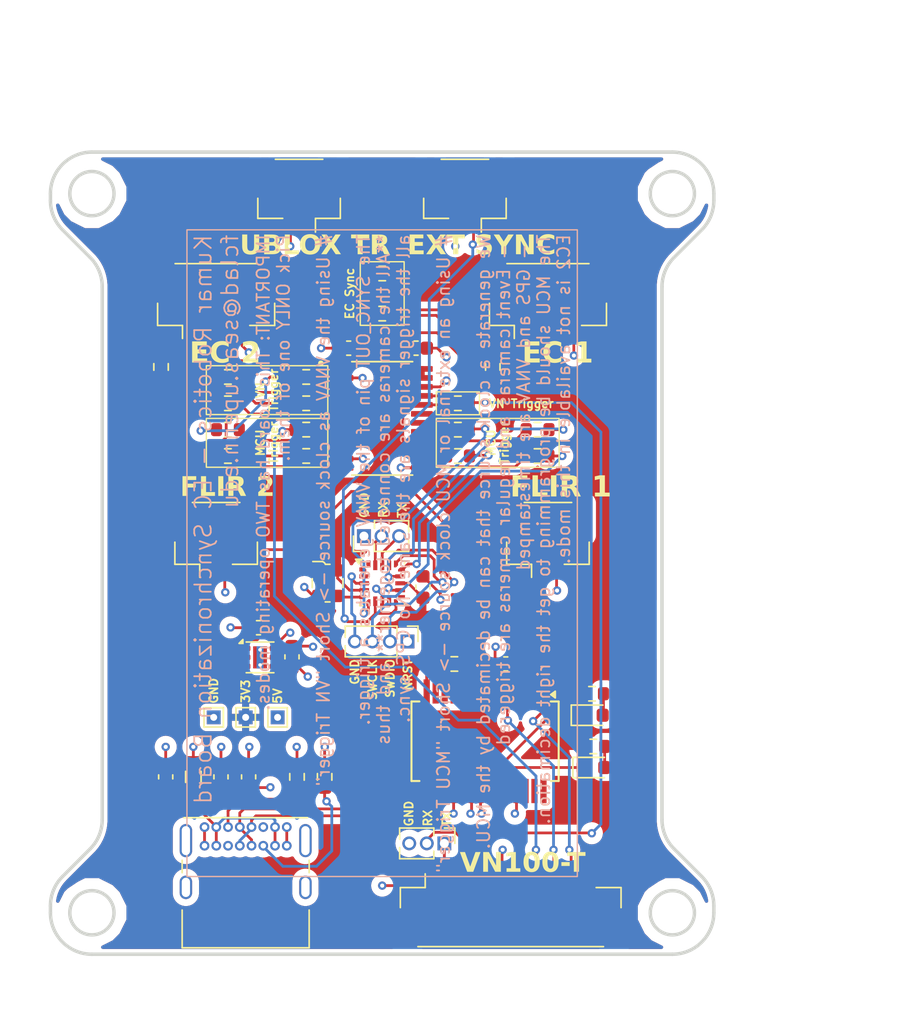
<source format=kicad_pcb>
(kicad_pcb (version 20240108) (generator "pcbnew") (generator_version "8.0")
  (title_block (title "SyncPCB") (date "2024-07-12") (rev "0"))
  (layers (0 "F.Cu" signal "Layer 1") (1 "In1.Cu" power "Layer 2") (2 "In2.Cu" signal "Layer 3") (31 "B.Cu" signal "Layer 4") (34 "B.Paste" user) (36 "B.SilkS" user "B.Silkscreen") (37 "F.SilkS" user "F.Silkscreen") (38 "B.Mask" user) (39 "F.Mask" user) (44 "Edge.Cuts" user))
  (net 0 "")
  (net 1 "+3V3")
  (net 2 "GND")
  (net 3 "Net-(C4-Pad1)")
  (net 4 "+5V")
  (net 6 "Net-(D1-A)")
  (net 7 "Net-(D1-K)")
  (net 8 "Net-(D2-A)")
  (net 9 "Net-(D2-K)")
  (net 10 "Net-(U2-USBD-)")
  (net 11 "Net-(U2-USBD+)")
  (net 12 "Net-(J1-CC2)")
  (net 13 "Net-(J1-CC1)")
  (net 14 "/UBLOX_TRIGGER_IN")
  (net 15 "/VN-100T-SYNC-OUT")
  (net 16 "/VN-100T-TARE")
  (net 17 "/VN-100T-TX1")
  (net 18 "/VN-100T-TX2_TTL")
  (net 19 "/VN-100T-RX2_TTL")
  (net 20 "/VN-100T-SYNC-IN")
  (net 21 "/VN-100T-RX1")
  (net 22 "/VN-100T-RESV")
  (net 23 "/FLIR_TRIGGER_IN")
  (net 24 "/EXT_SYNC")
  (net 25 "/SYNC_IN_P3")
  (net 26 "/SYNC_IN_N4")
  (net 27 "Net-(J23-Pin_1)")
  (net 28 "/NRST")
  (net 29 "/SWCLK")
  (net 30 "/SWDIO")
  (net 31 "/SYNC_OUT_P1")
  (net 32 "Net-(J25-Pin_1)")
  (net 33 "/SYNC_OUT_N2")
  (net 34 "Net-(U1-A1)")
  (net 35 "/EC_1_TRIGGER_IN")
  (net 36 "Net-(U1-B1)")
  (net 37 "Net-(U1-A2)")
  (net 38 "Net-(U1-A3)")
  (net 39 "/EC_2_TRIGGER_IN")
  (net 40 "Net-(U1-A4)")
  (net 41 "Net-(U1-A5)")
  (net 42 "Net-(U1-B5)")
  (net 43 "/TIM2_CH2")
  (net 44 "Net-(U1-A6)")
  (net 45 "/TIM21_CH2")
  (net 46 "Net-(U1-B6)")
  (net 47 "Net-(U1-A7)")
  (net 48 "Net-(U1-B7)")
  (net 49 "/TIM21_CH1")
  (net 50 "Net-(U1-A8)")
  (net 51 "Net-(U1-B8)")
  (net 52 "/TIM2_CH1")
  (net 53 "Net-(U2-CBUS3)")
  (net 57 "/CTS_uC")
  (net 62 "/RTS_uC")
  (net 71 "/HSE")
  (net 78 "Net-(J26-Pin_2)")
  (net 79 "Net-(J26-Pin_3)")
  (footprint "Connector_JST:JST_GH_BM04B-GHS-TBT_1x04-1MP_P1.25mm_Vertical" (layer "F.Cu") (at 126.997 72.173799)
    (property "Reference" "J25" (hide yes))
    (property "Value" "BM04B-GHS-TBT" (hide yes))
  )
  (footprint "Resistor_SMD:R_0603_1608Metric" (layer "F.Cu") (at 126.2458 83.473799)
    (property "Reference" "R16" (hide yes))
    (property "Value" "0R" (hide yes))
  )
  (footprint "Resistor_SMD:R_0603_1608Metric" (layer "F.Cu") (at 130.2752 104.475199)
    (property "Reference" "R10" (hide yes))
    (property "Value" "1k1" (hide yes))
  )
  (footprint "Resistor_SMD:R_0603_1608Metric" (layer "F.Cu") (at 103.843 81.568799)
    (property "Reference" "R11" (hide yes))
    (property "Value" "0R" (hide yes))
  )
  (footprint "Resistor_SMD:R_0603_1608Metric" (layer "F.Cu") (at 126.2458 81.568799)
    (property "Reference" "R12" (hide yes))
    (property "Value" "0R" (hide yes))
  )
  (footprint "Resistor_SMD:R_0603_1608Metric" (layer "F.Cu") (at 115.0063 70.278499 180)
    (property "Reference" "R20" (hide yes))
    (property "Value" "0R" (hide yes))
  )
  (footprint "Capacitor_SMD:C_0603_1608Metric" (layer "F.Cu") (at 117.9522 92.947999 90)
    (property "Reference" "C7" (hide yes))
    (property "Value" "100nF" (hide yes))
  )
  (footprint "Connector_JST:JST_GH_BM02B-GHS-TBT_1x02-1MP_P1.25mm_Vertical" (layer "F.Cu") (at 102.9892 89.445799)
    (property "Reference" "J18" (hide yes))
    (property "Value" "BM02B-GHS-TBT" (hide yes))
  )
  (footprint "Connector_PinHeader_1.27mm:PinHeader_1x04_P1.27mm_Vertical" (layer "F.Cu") (at 116.8346 96.884999 -90)
    (property "Reference" "J24" (hide yes))
    (property "Value" "SWD" (hide yes))
  )
  (footprint "Capacitor_SMD:C_0603_1608Metric" (layer "F.Cu") (at 99.3402 106.674999 90)
    (property "Reference" "C4" (hide yes))
    (property "Value" "10nF_X7R" (hide yes))
  )
  (footprint "LED_SMD:LED_0603_1608Metric" (layer "F.Cu") (at 130.1695 102.218999)
    (property "Reference" "D2" (hide yes))
    (property "Value" "LED" (hide yes))
  )
  (footprint "Connector_JST:JST_GH_SM02B-GHS-TB_1x02-1MP_P1.25mm_Horizontal" (layer "F.Cu") (at 120.9904 64.581999 180)
    (property "Reference" "J20" (hide yes))
    (property "Value" "SM02B-GHS-TB" (hide yes))
  )
  (footprint "Capacitor_SMD:C_0603_1608Metric" (layer "F.Cu") (at 105.3402 106.674999 90)
    (property "Reference" "C6" (hide yes))
    (property "Value" "4.7uF" (hide yes))
  )
  (footprint "Oscillator:Oscillator_SMD_ECS_2520MV-xxx-xx-4Pin_2.5x2.0mm" (layer "F.Cu") (at 111.055 92.665499)
    (property "Reference" "X1" (hide yes))
    (property "Value" "ECS-2520MV" (hide yes))
  )
  (footprint "Capacitor_SMD:C_0603_1608Metric" (layer "F.Cu") (at 103.3402 106.674999 90)
    (property "Reference" "C5" (hide yes))
    (property "Value" "100nF" (hide yes))
  )
  (footprint "Connector_USB:USB_C_Receptacle_GCT_USB4085" (layer "F.Cu") (at 102.150839 110.304999)
    (property "Reference" "J1" (hide yes))
    (property "Value" "USB_C_Receptacle_USB2.0_14P" (hide yes))
  )
  (footprint "Capacitor_SMD:C_0603_1608Metric" (layer "F.Cu") (at 106.0541 95.890399 180)
    (property "Reference" "C10" (hide yes))
    (property "Value" "4.7uF" (hide yes))
  )
  (footprint "Resistor_SMD:R_0603_1608Metric" (layer "F.Cu") (at 123.0068 77.034399 90)
    (property "Reference" "R22" (hide yes))
    (property "Value" "0R" (hide yes))
  )
  (footprint "Resistor_SMD:R_0603_1608Metric" (layer "F.Cu") (at 109.5072 77.758799)
    (property "Reference" "R3" (hide yes))
    (property "Value" "0R" (hide yes))
  )
  (footprint "LED_SMD:LED_0603_1608Metric" (layer "F.Cu") (at 130.2875 105.999999)
    (property "Reference" "D1" (hide yes))
    (property "Value" "LED" (hide yes))
  )
  (footprint "Resistor_SMD:R_0603_1608Metric" (layer "F.Cu") (at 115.0063 73.178098 180)
    (property "Reference" "R21" (hide yes))
    (property "Value" "0R" (hide yes))
  )
  (footprint "Resistor_SMD:R_0603_1608Metric" (layer "F.Cu") (at 103.843 79.663799)
    (property "Reference" "R7" (hide yes))
    (property "Value" "0R" (hide yes))
  )
  (footprint "Capacitor_SMD:C_0603_1608Metric" (layer "F.Cu") (at 123.9466 98.510599 180)
    (property "Reference" "C1" (hide yes))
    (property "Value" "100nF" (hide yes))
  )
  (footprint "Package_SON:WSON-6-1EP_2x2mm_P0.65mm_EP1x1.6mm_ThermalVias" (layer "F.Cu") (at 106.1666 98.034399)
    (property "Reference" "U3" (hide yes))
    (property "Value" "LP5912-3.3DRV" (hide yes))
  )
  (footprint "Resistor_SMD:R_0603_1608Metric" (layer "F.Cu") (at 99.0038 77.034399 90)
    (property "Reference" "R19" (hide yes))
    (property "Value" "0R" (hide yes))
  )
  (footprint "Capacitor_SMD:C_0603_1608Metric" (layer "F.Cu") (at 112.5798 75.675999 180)
    (property "Reference" "C2" (hide yes))
    (property "Value" "100nF" (hide yes))
  )
  (footprint "Resistor_SMD:R_0603_1608Metric" (layer "F.Cu") (at 120.479 79.663799)
    (property "Reference" "R4" (hide yes))
    (property "Value" "0R" (hide yes))
  )
  (footprint "Resistor_SMD:R_0603_1608Metric" (layer "F.Cu") (at 103.843 83.473799)
    (property "Reference" "R15" (hide yes))
    (property "Value" "0R" (hide yes))
  )
  (footprint "Resistor_SMD:R_0603_1608Metric" (layer "F.Cu") (at 109.5072 81.566133)
    (property "Reference" "R8" (hide yes))
    (property "Value" "0R" (hide yes))
  )
  (footprint "Inductor_SMD:L_0805_2012Metric" (layer "F.Cu") (at 101.3402 106.674999 -90)
    (property "Reference" "L1" (hide yes))
    (property "Value" "MI0805K400R-10" (hide yes))
  )
  (footprint "TestPoint:TestPoint_THTPad_1.0x1.0mm_Drill0.5mm" (layer "F.Cu") (at 105.1252 102.371399)
    (property "Reference" "TP3" (hide yes))
    (property "Value" "3V3 TP" (hide yes))
  )
  (footprint "Connector_PinHeader_1.27mm:PinHeader_1x03_P1.27mm_Vertical" (layer "F.Cu") (at 113.685 89.264999 90)
    (property "Reference" "J26" (hide yes))
    (property "Value" "UART" (hide yes))
  )
  (footprint "Resistor_SMD:R_0603_1608Metric" (layer "F.Cu") (at 120.479 81.568799)
    (property "Reference" "R9" (hide yes))
    (property "Value" "0R" (hide yes))
  )
  (footprint "Footprints:SOP65P640X120-24N" (layer "F.Cu") (at 115.0058 80.752)
    (property "Reference" "U1" (hide yes))
    (property "Value" "SN74AXC8T245PWR" (hide yes))
  )
  (footprint "Resistor_SMD:R_0603_1608Metric" (layer "F.Cu") (at 109.5072 83.4698)
    (property "Reference" "R13" (hide yes))
    (property "Value" "0R" (hide yes))
  )
  (footprint "Connector_JST:JST_GH_SM02B-GHS-TB_1x02-1MP_P1.25mm_Horizontal" (layer "F.Cu") (at 108.9904 64.582399 180)
    (property "Reference" "J2" (hide yes))
    (property "Value" "SM02B-GHS-TB" (hide yes))
  )
  (footprint "Connector_JST:JST_GH_BM02B-GHS-TBT_1x02-1MP_P1.25mm_Vertical" (layer "F.Cu") (at 126.997 89.445799)
    (property "Reference" "J19" (hide yes))
    (property "Value" "BM02B-GHS-TBT" (hide yes))
  )
  (footprint "Resistor_SMD:R_0603_1608Metric" (layer "F.Cu") (at 120.226 98.510599 180)
    (property "Reference" "R18" (hide yes))
    (property "Value" "10k" (hide yes))
  )
  (footprint "Package_SO:SSOP-28_5.3x10.2mm_P0.65mm" (layer "F.Cu") (at 122.448 104.098599 -90)
    (property "Reference" "U2" (hide yes))
    (property "Value" "FT232RL" (hide yes))
  )
  (footprint "Resistor_SMD:R_0603_1608Metric" (layer "F.Cu") (at 130.1883 100.665399)
    (property "Reference" "R17" (hide yes))
    (property "Value" "1k1" (hide yes))
  )
  (footprint "TestPoint:TestPoint_THTPad_1.0x1.0mm_Drill0.5mm" (layer "F.Cu") (at 107.4366 102.371399)
    (property "Reference" "TP1" (hide yes))
    (property "Value" "5V TP" (hide yes))
  )
  (footprint "Resistor_SMD:R_0603_1608Metric" (layer "F.Cu") (at 120.4912 83.473799)
    (property "Reference" "R14" (hide yes))
    (property "Value" "0R" (hide yes))
  )
  (footprint "Resistor_SMD:R_0603_1608Metric" (layer "F.Cu") (at 108.8402 106.674999 -90)
    (property "Reference" "R1" (hide yes))
    (property "Value" "5.1k" (hide yes))
  )
  (footprint "TestPoint:TestPoint_THTPad_1.0x1.0mm_Drill0.5mm" (layer "F.Cu") (at 102.8138 102.371399)
    (property "Reference" "TP2" (hide yes))
    (property "Value" "GND TP" (hide yes))
  )
  (footprint "Capacitor_SMD:C_0603_1608Metric" (layer "F.Cu") (at 117.4566 75.675999)
    (property "Reference" "C3" (hide yes))
    (property "Value" "100nF" (hide yes))
  )
  (footprint "Connector_PinHeader_1.27mm:PinHeader_1x03_P1.27mm_Vertical" (layer "F.Cu") (at 119.5016 111.483598 -90)
    (property "Reference" "J17" (hide yes))
    (property "Value" "VN100T-UPDATE" (hide yes))
  )
  (footprint "Resistor_SMD:R_0603_1608Metric" (layer "F.Cu") (at 103.843 77.758799)
    (property "Reference" "R5" (hide yes))
    (property "Value" "0R" (hide yes))
  )
  (footprint "Resistor_SMD:R_0603_1608Metric" (layer "F.Cu") (at 109.5072 79.662466)
    (property "Reference" "R6" (hide yes))
    (property "Value" "0R" (hide yes))
  )
  (footprint "Capacitor_SMD:C_0603_1608Metric" (layer "F.Cu") (at 108.478 97.996899 90)
    (property "Reference" "C9" (hide yes))
    (property "Value" "4.7uF" (hide yes))
  )
  (footprint "Connector_JST:JST_GH_SM10B-GHS-TB_1x10-1MP_P1.25mm_Horizontal" (layer "F.Cu") (at 124.3022 116.387999)
    (property "Reference" "J7" (hide yes))
    (property "Value" "VN100_T_CONN" (hide yes))
  )
  (footprint "Resistor_SMD:R_0603_1608Metric" (layer "F.Cu") (at 110.8402 106.674999 -90)
    (property "Reference" "R2" (hide yes))
    (property "Value" "5.1k" (hide yes))
  )
  (footprint "Connector_JST:JST_GH_BM04B-GHS-TBT_1x04-1MP_P1.25mm_Vertical" (layer "F.Cu") (at 102.9892 72.173799)
    (property "Reference" "J23" (hide yes))
    (property "Value" "BM04B-GHS-TBT" (hide yes))
  )
  (footprint "Package_DFN_QFN:ST_UFQFPN-20_3x3mm_P0.5mm" (layer "F.Cu") (at 115.004 92.677999)
    (property "Reference" "U4" (hide yes))
    (property "Value" "STM32L011F3Ux" (hide yes))
  )
  (gr_rect (start 100.8776 67.1193) (end 129.1224 113.8807) (stroke (width 0.1)) (fill none) (layer "B.SilkS"))
  (gr_rect (start 118.9174 80.755999) (end 127.8074 84.286599) (stroke (width 0.1)) (fill none) (layer "F.SilkS"))
  (gr_rect (start 102.2804 76.945999) (end 111.0688 80.476599) (stroke (width 0.1)) (fill none) (layer "F.SilkS"))
  (gr_rect (start 118.9174 78.838299) (end 122.0416 80.489299) (stroke (width 0.1)) (fill none) (layer "F.SilkS"))
  (gr_rect (start 113.4183 69.427599) (end 116.5933 74.024999) (stroke (width 0.1)) (fill none) (layer "F.SilkS"))
  (gr_rect (start 102.2804 80.755999) (end 111.0688 84.286599) (stroke (width 0.1)) (fill none) (layer "F.SilkS"))
  (gr_line (start 136 61.499999) (end 94.000001 61.499999) (stroke (width 0.25)) (layer "Edge.Cuts"))
  (gr_arc (start 94.000001 119.499999) (mid 91.87868 118.621319) (end 91 116.499998) (stroke (width 0.25)) (layer "Edge.Cuts"))
  (gr_line (start 91 64.5) (end 91 65.000001) (stroke (width 0.25)) (layer "Edge.Cuts"))
  (gr_line (start 136.135861 69.106779) (end 138.121321 67.121318) (stroke (width 0.25)) (layer "Edge.Cuts"))
  (gr_line (start 139 116.499999) (end 139 115.999999) (stroke (width 0.25)) (layer "Edge.Cuts"))
  (gr_line (start 93.871323 111.886035) (end 91.878677 113.878682) (stroke (width 0.25)) (layer "Edge.Cuts"))
  (gr_line (start 94.000001 119.499999) (end 136 119.499999) (stroke (width 0.25)) (layer "Edge.Cuts"))
  (gr_arc (start 91 64.5) (mid 91.87868 62.378679) (end 94.000001 61.499999) (stroke (width 0.25)) (layer "Edge.Cuts"))
  (gr_arc (start 135.25 71.235339) (mid 135.480305 70.082569) (end 136.135861 69.106779) (stroke (width 0.25)) (layer "Edge.Cuts"))
  (gr_circle (center 94 116.499999) (end 95.6 116.499999) (stroke (width 0.25)) (fill none) (layer "Edge.Cuts"))
  (gr_arc (start 93.871323 69.113963) (mid 94.521639 70.087231) (end 94.75 71.235278) (stroke (width 0.25)) (layer "Edge.Cuts"))
  (gr_circle (center 136 116.499999) (end 137.6 116.499999) (stroke (width 0.25)) (fill none) (layer "Edge.Cuts"))
  (gr_line (start 135.25 109.756214) (end 135.25 71.235339) (stroke (width 0.25)) (layer "Edge.Cuts"))
  (gr_arc (start 91.878677 67.121316) (mid 91.228361 66.148048) (end 91 65.000001) (stroke (width 0.25)) (layer "Edge.Cuts"))
  (gr_arc (start 139 116.499999) (mid 138.12132 118.621319) (end 136 119.499999) (stroke (width 0.25)) (layer "Edge.Cuts"))
  (gr_arc (start 136 61.499999) (mid 138.12132 62.378679) (end 139 64.499999) (stroke (width 0.25)) (layer "Edge.Cuts"))
  (gr_arc (start 136.12867 111.886028) (mid 135.476729 110.908833) (end 135.25 109.756214) (stroke (width 0.25)) (layer "Edge.Cuts"))
  (gr_arc (start 94.75 109.76472) (mid 94.521639 110.912767) (end 93.871323 111.886035) (stroke (width 0.25)) (layer "Edge.Cuts"))
  (gr_line (start 138.121321 113.87868) (end 136.12867 111.886028) (stroke (width 0.25)) (layer "Edge.Cuts"))
  (gr_line (start 91.878677 67.121316) (end 93.871323 69.113963) (stroke (width 0.25)) (layer "Edge.Cuts"))
  (gr_circle (center 136 64.499999) (end 137.6 64.499999) (stroke (width 0.25)) (fill none) (layer "Edge.Cuts"))
  (gr_line (start 91 115.999998) (end 91 116.499998) (stroke (width 0.25)) (layer "Edge.Cuts"))
  (gr_arc (start 138.121321 113.87868) (mid 138.771638 114.85195) (end 138.999999 115.999999) (stroke (width 0.25)) (layer "Edge.Cuts"))
  (gr_line (start 94.75 71.235278) (end 94.75 109.76472) (stroke (width 0.25)) (layer "Edge.Cuts"))
  (gr_circle (center 94 64.499999) (end 95.6 64.499999) (stroke (width 0.25)) (fill none) (layer "Edge.Cuts"))
  (gr_arc (start 91 115.999998) (mid 91.22836 114.85195) (end 91.878677 113.878682) (stroke (width 0.25)) (layer "Edge.Cuts"))
  (gr_arc (start 139 64.999999) (mid 138.771639 66.148049) (end 138.121321 67.121318) (stroke (width 0.25)) (layer "Edge.Cuts"))
  (gr_line (start 139 64.999999) (end 139 64.499999) (stroke (width 0.25)) (layer "Edge.Cuts"))
  (gr_text "V1\n2924" (at 134.513 96.021399 90) (layer "F.Cu") (effects (font (size 0.8 0.8) (thickness 0.2) (bold yes)) (justify bottom)))
  (gr_text "Kumar Robotics - EC Synchronization Board\nfclad@seas.upenn.edu" (at 104.6876 67.3733 90) (layer "B.SilkS") (effects (font (size 1.2 1.2) (thickness 0.127)) (justify left bottom mirror)))
  (gr_text "IMPORTANT: This board has TWO operating modes.\nPick ONLY one of them.\n\n# Using the VNAV as clock source -> Short {dblquote}VN Trigger{dblquote}\n\nThe SYNC_OUT pin of the VNAV generates a trigger.\n**All the cameras are connected together** and thus \nall the trigger signals are the same. No GPS sync.\n\n# Using an external or MCU clock source -> Short {dblquote}MCU Trigger{dblquote}\n\nWe generate a clock source that can be decimated by the MCU.\n - Event cameras and regular cameras are triggered\n - GPS and VNAV are timestamped\nThe MCU should be programming to get the right decimation.\nEC2 is not available in this mode." (at 128.6652 67.3733 90) (layer "B.SilkS") (effects (font (size 0.9 0.9) (thickness 0.127)) (justify left bottom mirror)))
  (gr_text "FLIR 2" (at 100.3754 86.597999 0) (layer "F.SilkS") (effects (font (size 1.4 1.4) (thickness 0.3) (bold yes)) (justify left bottom)))
  (gr_text "TX" (at 116.4536 87.429798 90) (layer "F.SilkS") (effects (font (size 0.6 0.6) (thickness 0.127) (bold yes))))
  (gr_text "EC Sync" (at 112.6563 71.7263 90) (layer "F.SilkS") (effects (font (size 0.6 0.6) (thickness 0.127) (bold yes))))
  (gr_text "EC 2" (at 101.057728 76.971399 0) (layer "F.SilkS") (effects (font (size 1.5 1.5) (thickness 0.3) (bold yes)) (justify left bottom)))
  (gr_text "EXT SYNC" (at 116.809842 69.122799 0) (layer "F.SilkS") (effects (font (size 1.4 1.4) (thickness 0.3) (bold yes)) (justify left bottom)))
  (gr_text "EC 1" (at 125.120483 76.971399 0) (layer "F.SilkS") (effects (font (size 1.5 1.5) (thickness 0.3) (bold yes)) (justify left bottom)))
  (gr_text "3V3" (at 105.1252 100.485484 90) (layer "F.SilkS") (effects (font (size 0.6 0.6) (thickness 0.127) (bold yes))))
  (gr_text "RX" (at 115.082 87.35837 90) (layer "F.SilkS") (effects (font (size 0.6 0.6) (thickness 0.127) (bold yes))))
  (gr_text "GND" (at 113.7104 87.029799 90) (layer "F.SilkS") (effects (font (size 0.6 0.6) (thickness 0.127) (bold yes))))
  (gr_text "TX" (at 119.6794 109.730998 90) (layer "F.SilkS") (effects (font (size 0.6 0.6) (thickness 0.127) (bold yes))))
  (gr_text "VN Trigger" (at 125.0642 79.689199 0) (layer "F.SilkS") (effects (font (size 0.6 0.6) (thickness 0.127) (bold yes))))
  (gr_text "5V" (at 107.4366 100.821999 90) (layer "F.SilkS") (effects (font (size 0.6 0.6) (thickness 0.127) (bold yes))))
  (gr_text "SWCLK" (at 114.303068 99.640856 90) (layer "F.SilkS") (effects (font (size 0.6 0.6) (thickness 0.127) (bold yes))))
  (gr_text "NRST" (at 116.86 99.297999 90) (layer "F.SilkS") (effects (font (size 0.6 0.6) (thickness 0.127) (bold yes))))
  (gr_text "RX" (at 118.3078 109.65957 90) (layer "F.SilkS") (effects (font (size 0.6 0.6) (thickness 0.127) (bold yes))))
  (gr_text "GND" (at 102.8138 100.450571 90) (layer "F.SilkS") (effects (font (size 0.6 0.6) (thickness 0.127) (bold yes))))
  (gr_text "GND" (at 113.024602 99.083713 90) (layer "F.SilkS") (effects (font (size 0.6 0.6) (thickness 0.127) (bold yes))))
  (gr_text "SWDIO" (at 115.581534 99.555141 90) (layer "F.SilkS") (effects (font (size 0.6 0.6) (thickness 0.127) (bold yes))))
  (gr_text "VN\nTrigger" (at 106.6746 78.7113 90) (layer "F.SilkS") (effects (font (size 0.6 0.6) (thickness 0.127) (bold yes))))
  (gr_text "MCU\nTrigger" (at 106.6746 82.5213 90) (layer "F.SilkS") (effects (font (size 0.6 0.6) (thickness 0.127) (bold yes))))
  (gr_text "UBLOX TR" (at 104.692899 69.122799 0) (layer "F.SilkS") (effects (font (size 1.4 1.4) (thickness 0.3) (bold yes)) (justify left bottom)))
  (gr_text "VN100-T" (at 120.615404 113.775999 0) (layer "F.SilkS") (effects (font (size 1.4 1.4) (thickness 0.3) (bold yes)) (justify left bottom)))
  (gr_text "FLIR 1" (at 124.251846 86.653709 0) (layer "F.SilkS") (effects (font (size 1.5 1.5) (thickness 0.3) (bold yes)) (justify left bottom)))
  (gr_text "GND" (at 116.9362 109.330999 90) (layer "F.SilkS") (effects (font (size 0.6 0.6) (thickness 0.127) (bold yes))))
  (gr_text "MCU\nTrigger" (at 123.3624 82.5213 90) (layer "F.SilkS") (effects (font (size 0.6 0.6) (thickness 0.127) (bold yes))))
  (segment (start 105.2791 97.021899) (end 105.543 96.757999) (width 0.2) (layer "F.Cu") (net 1))
  (segment (start 113.3548 75.675999) (end 113.3548 75.958) (width 0.2) (layer "F.Cu") (net 1))
  (segment (start 116.9072 92.677999) (end 117.9522 93.722999) (width 0.2) (layer "F.Cu") (net 1))
  (segment (start 116.6816 75.9828) (end 117.8758 77.177) (width 0.2) (layer "F.Cu") (net 1))
  (segment (start 105.9615 96.757999) (end 106.8291 95.890399) (width 0.2) (layer "F.Cu") (net 1))
  (segment (start 105.2791 97.384399) (end 105.2791 97.021899) (width 0.2) (layer "F.Cu") (net 1))
  (segment (start 113.3548 75.958) (end 112.1358 77.177) (width 0.2) (layer "F.Cu") (net 1))
  (segment (start 111.78 92.312999) (end 111.78 91.740499) (width 0.2) (layer "F.Cu") (net 1))
  (segment (start 112.645 93.177999) (end 111.78 92.312999) (width 0.2) (layer "F.Cu") (net 1))
  (segment (start 116.6816 75.675999) (end 116.6816 75.9828) (width 0.2) (layer "F.Cu") (net 1))
  (segment (start 124.723 98.511999) (end 124.7216 98.510599) (width 0.2) (layer "F.Cu") (net 1))
  (segment (start 105.2791 97.384399) (end 104.4226 97.384399) (width 0.2) (layer "F.Cu") (net 1))
  (segment (start 113.704 93.177999) (end 112.645 93.177999) (width 0.2) (layer "F.Cu") (net 1))
  (segment (start 124.723 100.498599) (end 124.723 98.511999) (width 0.2) (layer "F.Cu") (net 1))
  (segment (start 105.543 96.757999) (end 105.9615 96.757999) (width 0.2) (layer "F.Cu") (net 1))
  (segment (start 116.304 92.677999) (end 116.9072 92.677999) (width 0.2) (layer "F.Cu") (net 1))
  (segment (start 117.8758 77.177) (end 117.8758 77.827) (width 0.2) (layer "F.Cu") (net 1))
  (segment (start 103.3402 105.899999) (end 103.3402 104.521999) (width 0.2) (layer "F.Cu") (net 2))
  (segment (start 105.2791 95.890399) (end 104.0544 95.890399) (width 0.2) (layer "F.Cu") (net 2))
  (segment (start 109.9579 97.221899) (end 110.002 97.265999) (width 0.2) (layer "F.Cu") (net 2))
  (segment (start 123.1716 98.701399) (end 122.773 99.099999) (width 0.2) (layer "F.Cu") (net 2))
  (segment (start 116.367001 84.327) (end 116.352 84.311999) (width 0.2) (layer "F.Cu") (net 2))
  (segment (start 117.9522 92.172999) (end 119.2222 93.442999) (width 0.2) (layer "F.Cu") (net 2))
  (segment (start 120.3654 68.233599) (end 120.289 68.309999) (width 0.2) (layer "F.Cu") (net 2))
  (segment (start 104.8642 75.494199) (end 104.8642 74.123799) (width 0.2) (layer "F.Cu") (net 2))
  (segment (start 122.194 109.330999) (end 122.123 109.259999) (width 0.2) (layer "F.Cu") (net 2))
  (segment (start 124.723 107.698599) (end 125.373 107.698599) (width 0.2) (layer "F.Cu") (net 2))
  (segment (start 108.3654 66.430399) (end 108.3654 68.295599) (width 0.2) (layer "F.Cu") (net 2))
  (segment (start 123.1716 97.304399) (end 123.21 97.265999) (width 0.2) (layer "F.Cu") (net 2))
  (segment (start 123.6772 114.923199) (end 123.7222 114.923199) (width 0.2) (layer "F.Cu") (net 2))
  (segment (start 103.6142 93.291199) (end 103.652 93.328999) (width 0.2) (layer "F.Cu") (net 2))
  (segment (start 103.6142 91.395799) (end 103.6142 93.291199) (width 0.2) (layer "F.Cu") (net 2))
  (segment (start 120.3654 66.429999) (end 120.3654 68.233599) (width 0.2) (layer "F.Cu") (net 2))
  (segment (start 103.3402 104.521999) (end 103.3572 104.504999) (width 0.2) (layer "F.Cu") (net 2))
  (segment (start 116.304 93.177999) (end 115.612995 93.177999) (width 0.2) (layer "F.Cu") (net 2))
  (segment (start 105.3402 104.553999) (end 105.3892 104.504999) (width 0.2) (layer "F.Cu") (net 2))
  (segment (start 110.0095 93.590499) (end 109.367 92.947999) (width 0.2) (layer "F.Cu") (net 2))
  (segment (start 113.575401 77.827) (end 113.5834 77.834999) (width 0.2) (layer "F.Cu") (net 2))
  (segment (start 124.723 109.214999) (end 124.607 109.330999) (width 0.2) (layer "F.Cu") (net 2))
  (segment (start 123.1716 98.510599) (end 123.1716 98.701399) (width 0.2) (layer "F.Cu") (net 2))
  (segment (start 108.8402 105.849999) (end 108.8402 104.526999) (width 0.2) (layer "F.Cu") (net 2))
  (segment (start 123.718 111.947199) (end 123.6772 111.987999) (width 0.2) (layer "F.Cu") (net 2))
  (segment (start 128.872 76.207199) (end 128.8742 76.209399) (width 0.2) (layer "F.Cu") (net 2))
  (segment (start 128.872 74.123799) (end 128.872 76.207199) (width 0.2) (layer "F.Cu") (net 2))
  (segment (start 117.8758 84.327) (end 116.367001 84.327) (width 0.2) (layer "F.Cu") (net 2))
  (segment (start 120.173 109.330999) (end 120.173 107.698599) (width 0.2) (layer "F.Cu") (net 2))
  (segment (start 105.3402 105.899999) (end 105.3402 104.553999) (width 0.2) (layer "F.Cu") (net 2))
  (segment (start 110.8402 104.514999) (end 110.8502 104.504999) (width 0.2) (layer "F.Cu") (net 2))
  (segment (start 119.189799 78.477) (end 119.654 78.012799) (width 0.2) (layer "F.Cu") (net 2))
  (segment (start 112.1358 83.677) (end 113.608799 83.677) (width 0.2) (layer "F.Cu") (net 2))
  (segment (start 108.8402 104.526999) (end 108.8182 104.504999) (width 0.2) (layer "F.Cu") (net 2))
  (segment (start 118.2316 75.675999) (end 118.9936 75.675999) (width 0.2) (layer "F.Cu") (net 2))
  (segment (start 108.3654 68.295599) (end 108.351 68.309999) (width 0.2) (layer "F.Cu") (net 2))
  (segment (start 112.1358 84.327) (end 112.1358 83.677) (width 0.2) (layer "F.Cu") (net 2))
  (segment (start 124.723 107.698599) (end 124.723 109.214999) (width 0.2) (layer "F.Cu") (net 2))
  (segment (start 111.8048 75.675999) (end 110.5862 75.675999) (width 0.2) (layer "F.Cu") (net 2))
  (segment (start 102.150839 110.304999) (end 102.150839 111.654999) (width 0.2) (layer "F.Cu") (net 2))
  (segment (start 115.612995 93.177999) (end 115.463 93.028004) (width 0.2) (layer "F.Cu") (net 2))
  (segment (start 99.3402 105.899999) (end 99.3402 104.504999) (width 0.2) (layer "F.Cu") (net 2))
  (segment (start 110.8402 105.849999) (end 110.8402 104.514999) (width 0.2) (layer "F.Cu") (net 2))
  (segment (start 118.9936 75.675999) (end 119.654 76.336399) (width 0.2) (layer "F.Cu") (net 2))
  (segment (start 113.608799 83.677) (end 113.6088 83.676999) (width 0.2) (layer "F.Cu") (net 2))
  (segment (start 104.0544 95.890399) (end 104.033 95.868999) (width 0.2) (layer "F.Cu") (net 2))
  (segment (start 127.622 91.395799) (end 127.622 93.168999) (width 0.2) (layer "F.Cu") (net 2))
  (segment (start 107.0541 98.034399) (end 107.6655 98.034399) (width 0.2) (layer "F.Cu") (net 2))
  (segment (start 117.8758 78.477) (end 119.189799 78.477) (width 0.2) (layer "F.Cu") (net 2))
  (segment (start 123.1716 98.510599) (end 123.1716 97.304399) (width 0.2) (layer "F.Cu") (net 2))
  (segment (start 112.1358 77.827) (end 113.575401 77.827) (width 0.2) (layer "F.Cu") (net 2))
  (segment (start 123.6772 111.987999) (end 123.6772 114.923199) (width 0.2) (layer "F.Cu") (net 2))
  (segment (start 110.33 93.590499) (end 110.0095 93.590499) (width 0.2) (layer "F.Cu") (net 2))
  (segment (start 122.123 109.259999) (end 122.123 107.698599) (width 0.2) (layer "F.Cu") (net 2))
  (segment (start 107.6655 98.034399) (end 108.478 97.221899) (width 0.2) (layer "F.Cu") (net 2))
  (segment (start 127.622 93.168999) (end 127.655 93.201999) (width 0.2) (layer "F.Cu") (net 2))
  (segment (start 122.773 99.099999) (end 122.773 100.498599) (width 0.2) (layer "F.Cu") (net 2))
  (segment (start 108.100839 110.304999) (end 108.100839 111.654999) (width 0.2) (layer "F.Cu") (net 2))
  (segment (start 108.478 97.221899) (end 109.9579 97.221899) (width 0.2) (layer "F.Cu") (net 2))
  (segment (start 123.7222 114.923199) (end 123.845 115.045999) (width 0.2) (layer "F.Cu") (net 2))
  (segment (start 105.3538 75.983799) (end 104.8642 75.494199) (width 0.2) (layer "F.Cu") (net 2))
  (segment (start 119.2222 93.442999) (end 119.2222 93.862399) (width 0.2) (layer "F.Cu") (net 2))
  (via (at 110.5862 75.675999) (size 0.6) (drill 0.3) (layers "F.Cu" "B.Cu") (net 2))
  (via (at 123.21 97.265999) (size 0.6) (drill 0.3) (layers "F.Cu" "B.Cu") (net 2))
  (via (at 119.654 76.336399) (size 0.6) (drill 0.3) (layers "F.Cu" "B.Cu") (net 2))
  (via (at 110.002 97.265999) (size 0.6) (drill 0.3) (layers "F.Cu" "B.Cu") (net 2))
  (via (at 108.351 68.309999) (size 0.6) (drill 0.3) (layers "F.Cu" "B.Cu") (net 2))
  (via (at 113.5834 77.834999) (size 0.6) (drill 0.3) (layers "F.Cu" "B.Cu") (net 2))
  (via (at 110.8502 104.504999) (size 0.6) (drill 0.3) (layers "F.Cu" "B.Cu") (net 2))
  (via (at 105.3538 75.983799) (size 0.6) (drill 0.3) (layers "F.Cu" "B.Cu") (net 2))
  (via (at 127.655 93.201999) (size 0.6) (drill 0.3) (layers "F.Cu" "B.Cu") (net 2))
  (via (at 119.654 78.012799) (size 0.6) (drill 0.3) (layers "F.Cu" "B.Cu") (net 2))
  (via (at 103.3572 104.504999) (size 0.6) (drill 0.3) (layers "F.Cu" "B.Cu") (net 2))
  (via (at 104.033 95.868999) (size 0.6) (drill 0.3) (layers "F.Cu" "B.Cu") (net 2))
  (via (at 123.718 111.947199) (size 0.6) (drill 0.3) (layers "F.Cu" "B.Cu") (net 2))
  (via (at 113.6088 83.676999) (size 0.6) (drill 0.3) (layers "F.Cu" "B.Cu") (net 2))
  (via (at 99.3402 104.504999) (size 0.6) (drill 0.3) (layers "F.Cu" "B.Cu") (net 2))
  (via (at 109.367 92.947999) (size 0.6) (drill 0.3) (layers "F.Cu" "B.Cu") (net 2))
  (via (at 105.3892 104.504999) (size 0.6) (drill 0.3) (layers "F.Cu" "B.Cu") (net 2))
  (via (at 120.289 68.309999) (size 0.6) (drill 0.3) (layers "F.Cu" "B.Cu") (net 2))
  (via (at 124.607 109.330999) (size 0.6) (drill 0.3) (layers "F.Cu" "B.Cu") (net 2))
  (via (at 128.8742 76.209399) (size 0.6) (drill 0.3) (layers "F.Cu" "B.Cu") (net 2))
  (via (at 119.2222 93.862399) (size 0.6) (drill 0.3) (layers "F.Cu" "B.Cu") (net 2))
  (via (at 108.8182 104.504999) (size 0.6) (drill 0.3) (layers "F.Cu" "B.Cu") (net 2))
  (via (at 103.652 93.328999) (size 0.6) (drill 0.3) (layers "F.Cu" "B.Cu") (net 2))
  (via (at 115.463 93.028004) (size 0.6) (drill 0.3) (layers "F.Cu" "B.Cu") (net 2))
  (via (at 120.173 109.330999) (size 0.6) (drill 0.3) (layers "F.Cu" "B.Cu") (net 2))
  (via (at 116.352 84.311999) (size 0.6) (drill 0.3) (layers "F.Cu" "B.Cu") (net 2))
  (via (at 122.194 109.330999) (size 0.6) (drill 0.3) (layers "F.Cu" "B.Cu") (net 2))
  (segment (start 103.000839 110.280038) (end 103.000839 110.304999) (width 0.2) (layer "F.Cu") (net 3))
  (segment (start 100.2062 107.449999) (end 99.3402 107.449999) (width 0.2) (layer "F.Cu") (net 3))
  (segment (start 101.3402 107.737499) (end 100.4937 107.737499) (width 0.2) (layer "F.Cu") (net 3))
  (segment (start 101.0527 107.449999) (end 101.3402 107.737499) (width 0.2) (layer "F.Cu") (net 3))
  (segment (start 101.3402 108.619399) (end 103.000839 110.280038) (width 0.2) (layer "F.Cu") (net 3))
  (segment (start 103.000839 110.304999) (end 103.000839 111.654999) (width 0.2) (layer "F.Cu") (net 3))
  (segment (start 107.250839 111.654999) (end 107.250839 110.304999) (width 0.2) (layer "F.Cu") (net 3))
  (segment (start 101.3402 107.737499) (end 101.3402 108.619399) (width 0.2) (layer "F.Cu") (net 3))
  (segment (start 100.4937 107.737499) (end 100.2062 107.449999) (width 0.2) (layer "F.Cu") (net 3))
  (segment (start 103.000839 110.23576) (end 103.5816 109.654999) (width 0.2) (layer "B.Cu") (net 3))
  (segment (start 103.000839 110.304999) (end 103.000839 110.23576) (width 0.2) (layer "B.Cu") (net 3))
  (segment (start 107.250839 109.810025) (end 107.250839 110.304999) (width 0.2) (layer "B.Cu") (net 3))
  (segment (start 107.095813 109.654999) (end 107.250839 109.810025) (width 0.2) (layer "B.Cu") (net 3))
  (segment (start 103.5816 109.654999) (end 107.095813 109.654999) (width 0.2) (layer "B.Cu") (net 3))
  (segment (start 118.6772 114.537999) (end 115.0058 114.537999) (width 0.2) (layer "F.Cu") (net 4))
  (segment (start 101.3402 105.612499) (end 101.3402 104.504999) (width 0.2) (layer "F.Cu") (net 4))
  (segment (start 108.9679 98.771899) (end 109.621 99.424999) (width 0.2) (layer "F.Cu") (net 4))
  (segment (start 108.3905 98.684399) (end 108.478 98.771899) (width 0.2) (layer "F.Cu") (net 4))
  (segment (start 107.0541 97.384399) (end 108.1885 96.249999) (width 0.2) (layer "F.Cu") (net 4))
  (segment (start 121.394012 109.335729) (end 121.473 109.256741) (width 0.2) (layer "F.Cu") (net 4))
  (segment (start 107.0541 98.684399) (end 108.3905 98.684399) (width 0.2) (layer "F.Cu") (net 4))
  (segment (start 108.1885 96.249999) (end 108.351 96.249999) (width 0.2) (layer "F.Cu") (net 4))
  (segment (start 121.473 109.256741) (end 121.473 107.698599) (width 0.2) (layer "F.Cu") (net 4))
  (segment (start 108.478 98.771899) (end 108.9679 98.771899) (width 0.2) (layer "F.Cu") (net 4))
  (segment (start 106.8892 107.449999) (end 106.9132 107.425999) (width 0.2) (layer "F.Cu") (net 4))
  (segment (start 105.3402 107.449999) (end 106.8892 107.449999) (width 0.2) (layer "F.Cu") (net 4))
  (segment (start 103.3402 107.449999) (end 105.3402 107.449999) (width 0.2) (layer "F.Cu") (net 4))
  (via (at 106.9132 107.425999) (size 0.6) (drill 0.3) (layers "F.Cu" "B.Cu") (net 4))
  (via (at 109.621 99.424999) (size 0.6) (drill 0.3) (layers "F.Cu" "B.Cu") (net 4))
  (via (at 108.351 96.249999) (size 0.6) (drill 0.3) (layers "F.Cu" "B.Cu") (net 4))
  (via (at 115.0058 114.537999) (size 0.6) (drill 0.3) (layers "F.Cu" "B.Cu") (net 4))
  (via (at 101.3402 104.504999) (size 0.6) (drill 0.3) (layers "F.Cu" "B.Cu") (net 4))
  (via (at 121.394012 109.335729) (size 0.6) (drill 0.3) (layers "F.Cu" "B.Cu") (net 4))
  (segment (start 131.1002 105.974799) (end 131.075 105.999999) (width 0.2) (layer "F.Cu") (net 6))
  (segment (start 131.1002 104.475199) (end 131.1002 105.974799) (width 0.2) (layer "F.Cu") (net 6))
  (segment (start 123.423 106.623599) (end 124.0466 105.999999) (width 0.2) (layer "F.Cu") (net 7))
  (segment (start 124.0466 105.999999) (end 129.5 105.999999) (width 0.2) (layer "F.Cu") (net 7))
  (segment (start 123.423 107.698599) (end 123.423 106.623599) (width 0.2) (layer "F.Cu") (net 7))
  (segment (start 131.0133 100.665399) (end 131.0133 102.162699) (width 0.2) (layer "F.Cu") (net 8))
  (segment (start 131 100.689599) (end 130.9758 100.665399) (width 0.2) (layer "F.Cu") (net 8))
  (segment (start 131.0133 102.162699) (end 130.957 102.218999) (width 0.2) (layer "F.Cu") (net 8))
  (segment (start 122.773 107.698599) (end 122.773 106.648599) (width 0.2) (layer "F.Cu") (net 9))
  (segment (start 127.2026 102.218999) (end 129.382 102.218999) (width 0.2) (layer "F.Cu") (net 9))
  (segment (start 122.773 106.648599) (end 127.2026 102.218999) (width 0.2) (layer "F.Cu") (net 9))
  (segment (start 118.873 108.748599) (end 118.873 107.698599) (width 0.2) (layer "F.Cu") (net 10))
  (segment (start 105.550839 109.810025) (end 105.868865 109.491999) (width 0.2) (layer "F.Cu") (net 10))
  (segment (start 118.5446 109.076999) (end 118.873 108.748599) (width 0.2) (layer "F.Cu") (net 10))
  (segment (start 117.1648 109.076999) (end 116.7498 109.491999) (width 0.2) (layer "F.Cu") (net 10))
  (segment (start 117.1648 109.076999) (end 118.5446 109.076999) (width 0.2) (layer "F.Cu") (net 10))
  (segment (start 105.550839 110.304999) (end 105.550839 109.810025) (width 0.2) (layer "F.Cu") (net 10))
  (segment (start 116.7498 109.491999) (end 105.868865 109.491999) (width 0.2) (layer "F.Cu") (net 10))
  (segment (start 104.700839 111.284799) (end 105.550839 110.434799) (width 0.2) (layer "B.Cu") (net 10))
  (segment (start 104.700839 111.654999) (end 104.700839 111.284799) (width 0.2) (layer "B.Cu") (net 10))
  (segment (start 105.550839 110.434799) (end 105.550839 110.304999) (width 0.2) (layer "B.Cu") (net 10))
  (segment (start 104.700839 110.374238) (end 104.700839 110.304999) (width 0.2) (layer "F.Cu") (net 11))
  (segment (start 104.993639 108.991999) (end 115.9036 108.991999) (width 0.2) (layer "F.Cu") (net 11))
  (segment (start 105.550839 111.224238) (end 104.700839 110.374238) (width 0.2) (layer "F.Cu") (net 11))
  (segment (start 104.700839 110.304999) (end 104.700839 109.284799) (width 0.2) (layer "F.Cu") (net 11))
  (segment (start 118.2162 107.705399) (end 118.223 107.698599) (width 0.2) (layer "F.Cu") (net 11))
  (segment (start 105.550839 111.654999) (end 105.550839 111.224238) (width 0.2) (layer "F.Cu") (net 11))
  (segment (start 117.1902 107.705399) (end 118.2162 107.705399) (width 0.2) (layer "F.Cu") (net 11))
  (segment (start 115.9036 108.991999) (end 117.1902 107.705399) (width 0.2) (layer "F.Cu") (net 11))
  (segment (start 104.700839 109.284799) (end 104.993639 108.991999) (width 0.2) (layer "F.Cu") (net 11))
  (segment (start 110.8402 108.304999) (end 110.9772 108.441999) (width 0.2) (layer "F.Cu") (net 12))
  (segment (start 110.8402 107.499999) (end 110.8402 108.304999) (width 0.2) (layer "F.Cu") (net 12))
  (via (at 110.9772 108.441999) (size 0.6) (drill 0.3) (layers "F.Cu" "B.Cu") (net 12))
  (segment (start 111.3582 108.822999) (end 111.3582 112.032438) (width 0.2) (layer "B.Cu") (net 12))
  (segment (start 110.9772 108.441999) (end 111.3582 108.822999) (width 0.2) (layer "B.Cu") (net 12))
  (segment (start 107.8176 113.140999) (end 106.400839 111.724238) (width 0.2) (layer "B.Cu") (net 12))
  (segment (start 111.3582 112.032438) (end 110.249639 113.140999) (width 0.2) (layer "B.Cu") (net 12))
  (segment (start 110.249639 113.140999) (end 107.8176 113.140999) (width 0.2) (layer "B.Cu") (net 12))
  (segment (start 106.400839 111.724238) (end 106.400839 111.654999) (width 0.2) (layer "B.Cu") (net 12))
  (segment (start 104.696039 108.289599) (end 108.7166 108.289599) (width 0.2) (layer "F.Cu") (net 13))
  (segment (start 103.850839 109.134799) (end 104.696039 108.289599) (width 0.2) (layer "F.Cu") (net 13))
  (segment (start 103.850839 110.304999) (end 103.850839 109.134799) (width 0.2) (layer "F.Cu") (net 13))
  (segment (start 108.8402 108.165999) (end 108.8402 107.499999) (width 0.2) (layer "F.Cu") (net 13))
  (segment (start 108.7166 108.289599) (end 108.8402 108.165999) (width 0.2) (layer "F.Cu") (net 13))
  (segment (start 103.018 82.812399) (end 103.018 83.473799) (width 0.2) (layer "F.Cu") (net 14))
  (segment (start 104.2492 78.533799) (end 103.718 78.002599) (width 0.2) (layer "F.Cu") (net 14))
  (segment (start 114.8686 69.397151) (end 114.8686 69.647151) (width 0.2) (layer "F.Cu") (net 14))
  (segment (start 114.8813 69.659851) (end 114.8813 73.665746) (width 0.2) (layer "F.Cu") (net 14))
  (segment (start 103.718 77.521151) (end 103.718 77.606399) (width 0.2) (layer "F.Cu") (net 14))
  (segment (start 114.8813 73.665746) (end 114.388647 74.158399) (width 0.2) (layer "F.Cu") (net 14))
  (segment (start 104.725648 78.533799) (end 104.2492 78.533799) (width 0.2) (layer "F.Cu") (net 14))
  (segment (start 109.5892 74.158399) (end 106.7638 76.983799) (width 0.2) (layer "F.Cu") (net 14))
  (segment (start 104.255352 76.983799) (end 103.718 77.521151) (width 0.2) (layer "F.Cu") (net 14))
  (segment (start 106.7638 76.983799) (end 104.255352 76.983799) (width 0.2) (layer "F.Cu") (net 14))
  (segment (start 103.718 82.112399) (end 103.018 82.812399) (width 0.2) (layer "F.Cu") (net 14))
  (segment (start 108.6822 79.662466) (end 105.854315 79.662466) (width 0.2) (layer "F.Cu") (net 14))
  (segment (start 111.901848 66.430399) (end 114.8686 69.397151) (width 0.2) (layer "F.Cu") (net 14))
  (segment (start 114.388647 74.158399) (end 109.5892 74.158399) (width 0.2) (layer "F.Cu") (net 14))
  (segment (start 105.854315 79.662466) (end 104.725648 78.533799) (width 0.2) (layer "F.Cu") (net 14))
  (segment (start 109.6154 66.430399) (end 111.901848 66.430399) (width 0.2) (layer "F.Cu") (net 14))
  (segment (start 103.718 77.606399) (end 103.718 82.112399) (width 0.2) (layer "F.Cu") (net 14))
  (segment (start 114.8686 69.647151) (end 114.8813 69.659851) (width 0.2) (layer "F.Cu") (net 14))
  (segment (start 103.718 78.002599) (end 103.718 77.606399) (width 0.2) (layer "F.Cu") (net 14))
  (segment (start 122.448 79.612999) (end 121.3548 79.612999) (width 0.2) (layer "F.Cu") (net 15))
  (segment (start 130.1442 110.727999) (end 123.6164 110.727999) (width 0.2) (layer "F.Cu") (net 15))
  (segment (start 130.1696 110.753399) (end 130.1442 110.727999) (width 0.2) (layer "F.Cu") (net 15))
  (segment (start 122.4272 111.917199) (end 122.4272 114.923199) (width 0.2) (layer "F.Cu") (net 15))
  (segment (start 123.6164 110.727999) (end 122.4272 111.917199) (width 0.2) (layer "F.Cu") (net 15))
  (segment (start 121.3548 79.612999) (end 121.304 79.663799) (width 0.2) (layer "F.Cu") (net 15))
  (via (at 122.448 79.612999) (size 0.6) (drill 0.3) (layers "F.Cu" "B.Cu") (net 15))
  (via (at 130.1696 110.753399) (size 0.6) (drill 0.3) (layers "F.Cu" "B.Cu") (net 15))
  (segment (start 130.1696 110.753399) (end 130.83 110.092999) (width 0.2) (layer "B.Cu") (net 15))
  (segment (start 130.83 110.092999) (end 130.83 81.746599) (width 0.2) (layer "B.Cu") (net 15))
  (segment (start 128.6964 79.612999) (end 122.448 79.612999) (width 0.2) (layer "B.Cu") (net 15))
  (segment (start 130.83 81.746599) (end 128.6964 79.612999) (width 0.2) (layer "B.Cu") (net 15))
  (segment (start 119.908 114.903999) (end 119.9272 114.923199) (width 0.2) (layer "F.Cu") (net 17))
  (segment (start 119.9272 113.668199) (end 119.9272 114.923199) (width 0.2) (layer "F.Cu") (net 17))
  (segment (start 119.5016 113.242599) (end 119.9272 113.668199) (width 0.2) (layer "F.Cu") (net 17))
  (segment (start 119.5016 113.242599) (end 119.5016 111.483598) (width 0.2) (layer "F.Cu") (net 17))
  (segment (start 127.4272 112.100399) (end 127.401 112.074199) (width 0.2) (layer "F.Cu") (net 18))
  (segment (start 127.4272 114.923199) (end 127.4272 111.973399) (width 0.2) (layer "F.Cu") (net 18))
  (segment (start 127.4272 111.973399) (end 127.401 111.947199) (width 0.2) (layer "F.Cu") (net 18))
  (segment (start 124.073 102.573999) (end 124.099 102.599999) (width 0.2) (layer "F.Cu") (net 18))
  (segment (start 124.073 100.498599) (end 124.073 102.573999) (width 0.2) (layer "F.Cu") (net 18))
  (segment (start 127.401 112.048799) (end 127.4272 112.074999) (width 0.2) (layer "F.Cu") (net 18))
  (via (at 124.099 102.599999) (size 0.6) (drill 0.3) (layers "F.Cu" "B.Cu") (net 18))
  (via (at 127.401 111.947199) (size 0.6) (drill 0.3) (layers "F.Cu" "B.Cu") (net 18))
  (segment (start 127.401 105.901999) (end 124.099 102.599999) (width 0.2) (layer "B.Cu") (net 18))
  (segment (start 127.401 105.901999) (end 127.401 111.947199) (width 0.2) (layer "B.Cu") (net 18))
  (segment (start 126.673 101.900069) (end 126.673 100.498599) (width 0.2) (layer "F.Cu") (net 19))
  (segment (start 128.544 112.074199) (end 128.6772 112.207399) (width 0.2) (layer "F.Cu") (net 19))
  (segment (start 125.925035 102.648034) (end 126.673 101.900069) (width 0.2) (layer "F.Cu") (net 19))
  (segment (start 128.6772 112.080399) (end 128.544 111.947199) (width 0.2) (layer "F.Cu") (net 19))
  (segment (start 128.6772 114.923199) (end 128.6772 112.080399) (width 0.2) (layer "F.Cu") (net 19))
  (via (at 128.544 111.947199) (size 0.6) (drill 0.3) (layers "F.Cu" "B.Cu") (net 19))
  (via (at 125.925035 102.648034) (size 0.6) (drill 0.3) (layers "F.Cu" "B.Cu") (net 19))
  (segment (start 128.544 111.947199) (end 128.544 105.266999) (width 0.2) (layer "B.Cu") (net 19))
  (segment (start 128.544 105.266999) (end 125.925035 102.648034) (width 0.2) (layer "B.Cu") (net 19))
  (segment (start 107.896466 81.566133) (end 108.6822 81.566133) (width 0.2) (layer "F.Cu") (net 20))
  (segment (start 126.1772 114.923199) (end 126.1772 111.993399) (width 0.2) (layer "F.Cu") (net 20))
  (segment (start 126.131 112.023399) (end 126.1772 112.069599) (width 0.2) (layer "F.Cu") (net 20))
  (segment (start 126.1772 112.120399) (end 126.131 112.074199) (width 0.2) (layer "F.Cu") (net 20))
  (segment (start 107.7922 81.670399) (end 107.896466 81.566133) (width 0.2) (layer "F.Cu") (net 20))
  (segment (start 126.1772 111.993399) (end 126.131 111.947199) (width 0.2) (layer "F.Cu") (net 20))
  (via (at 107.7922 81.670399) (size 0.6) (drill 0.3) (layers "F.Cu" "B.Cu") (net 20))
  (via (at 126.131 111.947199) (size 0.6) (drill 0.3) (layers "F.Cu" "B.Cu") (net 20))
  (segment (start 126.131 106.613199) (end 122.0924 102.574599) (width 0.2) (layer "B.Cu") (net 20))
  (segment (start 120.5176 102.574599) (end 116.6822 98.739199) (width 0.2) (layer "B.Cu") (net 20))
  (segment (start 107.208 82.254599) (end 107.7922 81.670399) (width 0.2) (layer "B.Cu") (net 20))
  (segment (start 107.208 93.608399) (end 107.208 82.254599) (width 0.2) (layer "B.Cu") (net 20))
  (segment (start 116.6822 98.739199) (end 112.3388 98.739199) (width 0.2) (layer "B.Cu") (net 20))
  (segment (start 122.0924 102.574599) (end 120.5176 102.574599) (width 0.2) (layer "B.Cu") (net 20))
  (segment (start 112.3388 98.739199) (end 107.208 93.608399) (width 0.2) (layer "B.Cu") (net 20))
  (segment (start 126.131 111.947199) (end 126.131 106.613199) (width 0.2) (layer "B.Cu") (net 20))
  (segment (start 120.3016 110.683598) (end 121.1772 111.559198) (width 0.2) (layer "F.Cu") (net 21))
  (segment (start 118.2316 111.889998) (end 118.2316 111.235999) (width 0.2) (layer "F.Cu") (net 21))
  (segment (start 118.2316 111.483598) (end 118.2316 111.248799) (width 0.2) (layer "F.Cu") (net 21))
  (segment (start 118.2316 111.248799) (end 118.796801 110.683598) (width 0.2) (layer "F.Cu") (net 21))
  (segment (start 121.1772 111.559198) (end 121.1772 114.923199) (width 0.2) (layer "F.Cu") (net 21))
  (segment (start 118.796801 110.683598) (end 120.3016 110.683598) (width 0.2) (layer "F.Cu") (net 21))
  (segment (start 117.2156 86.039199) (end 122.5722 91.395799) (width 0.2) (layer "F.Cu") (net 23))
  (segment (start 112.7706 86.039199) (end 117.2156 86.039199) (width 0.2) (layer "F.Cu") (net 23))
  (segment (start 102.4186 77.159399) (end 98.516152 77.159399) (width 0.2) (layer "F.Cu") (net 23))
  (segment (start 103.968 83.961447) (end 103.968 82.967599) (width 0.2) (layer "F.Cu") (net 23))
  (segment (start 102.3642 85.565247) (end 103.968 83.961447) (width 0.2) (layer "F.Cu") (net 23))
  (segment (start 106.003315 83.4698) (end 108.6822 83.4698) (width 0.2) (layer "F.Cu") (net 23))
  (segment (start 103.968 82.967599) (end 104.2492 82.686399) (width 0.2) (layer "F.Cu") (net 23))
  (segment (start 102.3642 91.060799) (end 103.1792 90.245799) (width 0.2) (layer "F.Cu") (net 23))
  (segment (start 102.3642 91.395799) (end 102.3642 91.060799) (width 0.2) (layer "F.Cu") (net 23))
  (segment (start 108.564 90.245799) (end 112.7706 86.039199) (width 0.2) (layer "F.Cu") (net 23))
  (segment (start 102.3642 91.395799) (end 102.3642 85.565247) (width 0.2) (layer "F.Cu") (net 23))
  (segment (start 103.1792 90.245799) (end 108.564 90.245799) (width 0.2) (layer "F.Cu") (net 23))
  (segment (start 105.219914 82.686399) (end 106.003315 83.4698) (width 0.2) (layer "F.Cu") (net 23))
  (segment (start 98.516152 77.159399) (end 98.191 77.484551) (width 0.2) (layer "F.Cu") (net 23))
  (segment (start 98.191 81.392047) (end 102.3642 85.565247) (width 0.2) (layer "F.Cu") (net 23))
  (segment (start 103.018 77.758799) (end 102.4186 77.159399) (width 0.2) (layer "F.Cu") (net 23))
  (segment (start 122.5722 91.395799) (end 126.372 91.395799) (width 0.2) (layer "F.Cu") (net 23))
  (segment (start 98.191 77.484551) (end 98.191 81.392047) (width 0.2) (layer "F.Cu") (net 23))
  (segment (start 104.2492 82.686399) (end 105.219914 82.686399) (width 0.2) (layer "F.Cu") (net 23))
  (segment (start 121.6154 66.429999) (end 121.6154 68.126599) (width 0.2) (layer "F.Cu") (net 24))
  (segment (start 112.288 95.233999) (end 112.507 95.452999) (width 0.2) (layer "F.Cu") (net 24))
  (segment (start 121.6154 68.126599) (end 121.559 68.182999) (width 0.2) (layer "F.Cu") (net 24))
  (segment (start 113.933529 95.452999) (end 114.554 94.832528) (width 0.2) (layer "F.Cu") (net 24))
  (segment (start 114.504 93.977999) (end 114.504 94.782528) (width 0.2) (layer "F.Cu") (net 24))
  (segment (start 112.507 95.452999) (end 113.933529 95.452999) (width 0.2) (layer "F.Cu") (net 24))
  (segment (start 116.004 94.565999) (end 116.004 94.152999) (width 0.2) (layer "F.Cu") (net 24))
  (segment (start 114.574471 94.852999) (end 115.717 94.852999) (width 0.2) (layer "F.Cu") (net 24))
  (segment (start 115.717 94.852999) (end 116.004 94.565999) (width 0.2) (layer "F.Cu") (net 24))
  (segment (start 114.554 94.832528) (end 114.574471 94.852999) (width 0.2) (layer "F.Cu") (net 24))
  (segment (start 114.504 94.782528) (end 114.554 94.832528) (width 0.2) (layer "F.Cu") (net 24))
  (via (at 121.559 68.182999) (size 0.6) (drill 0.3) (layers "F.Cu" "B.Cu") (net 24))
  (via (at 112.288 95.233999) (size 0.6) (drill 0.3) (layers "F.Cu" "B.Cu") (net 24))
  (segment (start 112.196 85.938328) (end 112.196 95.141999) (width 0.2) (layer "B.Cu") (net 24))
  (segment (start 118.4094 72.145399) (end 118.4094 79.724928) (width 0.2) (layer "B.Cu") (net 24))
  (segment (start 118.4094 79.724928) (end 112.196 85.938328) (width 0.2) (layer "B.Cu") (net 24))
  (segment (start 121.559 68.995799) (end 118.4094 72.145399) (width 0.2) (layer "B.Cu") (net 24))
  (segment (start 112.196 95.141999) (end 112.288 95.233999) (width 0.2) (layer "B.Cu") (net 24))
  (segment (start 121.559 68.182999) (end 121.559 68.995799) (width 0.2) (layer "B.Cu") (net 24))
  (segment (start 113.1516 72.627999) (end 114.1813 71.598299) (width 0.2) (layer "F.Cu") (net 25))
  (segment (start 103.010001 72.627999) (end 113.1516 72.627999) (width 0.2) (layer "F.Cu") (net 25))
  (segment (start 102.3642 73.2738) (end 103.010001 72.627999) (width 0.2) (layer "F.Cu") (net 25))
  (segment (start 102.3642 74.123799) (end 102.3642 73.2738) (width 0.2) (layer "F.Cu") (net 25))
  (segment (start 114.1813 71.598299) (end 114.1813 70.278499) (width 0.2) (layer "F.Cu") (net 25))
  (segment (start 106.4018 76.583799) (end 104.255 76.583799) (width 0.2) (layer "F.Cu") (net 26))
  (segment (start 109.807501 73.178098) (end 106.4018 76.583799) (width 0.2) (layer "F.Cu") (net 26))
  (segment (start 103.6142 75.942999) (end 103.6142 74.123799) (width 0.2) (layer "F.Cu") (net 26))
  (segment (start 104.255 76.583799) (end 103.6142 75.942999) (width 0.2) (layer "F.Cu") (net 26))
  (segment (start 114.1813 73.178098) (end 109.807501 73.178098) (width 0.2) (layer "F.Cu") (net 26))
  (segment (start 99.0038 76.209399) (end 100.35 76.209399) (width 0.2) (layer "F.Cu") (net 27))
  (segment (start 101.1142 75.445199) (end 101.1142 74.123799) (width 0.2) (layer "F.Cu") (net 27))
  (segment (start 100.35 76.209399) (end 101.1142 75.445199) (width 0.2) (layer "F.Cu") (net 27))
  (segment (start 112.796 92.369999) (end 112.796 92.185999) (width 0.2) (layer "F.Cu") (net 28))
  (segment (start 113.104 92.677999) (end 112.796 92.369999) (width 0.2) (layer "F.Cu") (net 28))
  (segment (start 113.704 92.677999) (end 113.104 92.677999) (width 0.2) (layer "F.Cu") (net 28))
  (via (at 112.796 92.185999) (size 0.6) (drill 0.3) (layers "F.Cu" "B.Cu") (net 28))
  (segment (start 113.0246 95.081599) (end 112.796 94.852999) (width 0.2) (layer "B.Cu") (net 28))
  (segment (start 112.796 92.185999) (end 112.796 94.852999) (width 0.2) (layer "B.Cu") (net 28))
  (segment (start 113.0246 96.884999) (end 113.0246 95.081599) (width 0.2) (layer "B.Cu") (net 28))
  (segment (start 119.235 90.877999) (end 118.638 90.280999) (width 0.2) (layer "F.Cu") (net 29))
  (segment (start 118.638 90.280999) (end 116.169664 90.280999) (width 0.2) (layer "F.Cu") (net 29))
  (segment (start 120.2128 92.592399) (end 119.5398 91.919399) (width 0.2) (layer "F.Cu") (net 29))
  (segment (start 119.235 91.919399) (end 119.235 90.877999) (width 0.2) (layer "F.Cu") (net 29))
  (segment (start 115.504 90.946663) (end 115.504 91.377999) (width 0.2) (layer "F.Cu") (net 29))
  (segment (start 119.5398 91.919399) (end 119.235 91.919399) (width 0.2) (layer "F.Cu") (net 29))
  (segment (start 116.169664 90.280999) (end 115.504 90.946663) (width 0.2) (layer "F.Cu") (net 29))
  (via (at 120.2128 92.592399) (size 0.6) (drill 0.3) (layers "F.Cu" "B.Cu") (net 29))
  (segment (start 115.925364 94.771635) (end 117.464436 94.771635) (width 0.2) (layer "B.Cu") (net 29))
  (segment (start 119.5428 93.262399) (end 120.2128 92.592399) (width 0.2) (layer "B.Cu") (net 29))
  (segment (start 118.973671 93.262399) (end 119.5428 93.262399) (width 0.2) (layer "B.Cu") (net 29))
  (segment (start 115.5646 95.132399) (end 115.925364 94.771635) (width 0.2) (layer "B.Cu") (net 29))
  (segment (start 117.464436 94.771635) (end 118.973671 93.262399) (width 0.2) (layer "B.Cu") (net 29))
  (segment (start 115.5646 96.884999) (end 115.5646 95.132399) (width 0.2) (layer "B.Cu") (net 29))
  (segment (start 118.765 90.973685) (end 118.472314 90.680999) (width 0.2) (layer "F.Cu") (net 30))
  (segment (start 118.472314 90.680999) (end 116.526 90.680999) (width 0.2) (layer "F.Cu") (net 30))
  (segment (start 116.526 90.680999) (end 116.004 91.202999) (width 0.2) (layer "F.Cu") (net 30))
  (segment (start 119.1968 92.592399) (end 118.765 92.160599) (width 0.2) (layer "F.Cu") (net 30))
  (segment (start 119.36427 92.592399) (end 119.1968 92.592399) (width 0.2) (layer "F.Cu") (net 30))
  (segment (start 118.765 92.160599) (end 118.765 90.973685) (width 0.2) (layer "F.Cu") (net 30))
  (via (at 119.36427 92.592399) (size 0.6) (drill 0.3) (layers "F.Cu" "B.Cu") (net 30))
  (segment (start 114.2946 96.884999) (end 114.2946 95.208599) (width 0.2) (layer "B.Cu") (net 30))
  (segment (start 115.3233 94.179899) (end 116.9997 94.179899) (width 0.2) (layer "B.Cu") (net 30))
  (segment (start 116.9997 94.179899) (end 118.5872 92.592399) (width 0.2) (layer "B.Cu") (net 30))
  (segment (start 118.5872 92.592399) (end 119.36427 92.592399) (width 0.2) (layer "B.Cu") (net 30))
  (segment (start 114.2946 95.208599) (end 115.3233 94.179899) (width 0.2) (layer "B.Cu") (net 30))
  (segment (start 126.372 73.2738) (end 126.372 74.123799) (width 0.2) (layer "F.Cu") (net 31))
  (segment (start 126.005599 72.907399) (end 126.372 73.2738) (width 0.2) (layer "F.Cu") (net 31))
  (segment (start 117.5966 72.907399) (end 126.005599 72.907399) (width 0.2) (layer "F.Cu") (net 31))
  (segment (start 115.8313 71.624699) (end 115.8567 71.624699) (width 0.2) (layer "F.Cu") (net 31))
  (segment (start 115.8313 70.278499) (end 115.8313 71.624699) (width 0.2) (layer "F.Cu") (net 31))
  (segment (start 117.1394 72.907399) (end 117.5966 72.907399) (width 0.2) (layer "F.Cu") (net 31))
  (segment (start 115.8567 71.624699) (end 117.1394 72.907399) (width 0.2) (layer "F.Cu") (net 31))
  (segment (start 123.0068 76.209399) (end 124.353 76.209399) (width 0.2) (layer "F.Cu") (net 32))
  (segment (start 125.122 75.440399) (end 125.122 74.123799) (width 0.2) (layer "F.Cu") (net 32))
  (segment (start 124.353 76.209399) (end 125.122 75.440399) (width 0.2) (layer "F.Cu") (net 32))
  (segment (start 115.8186 72.784398) (end 116.341601 73.307399) (width 0.2) (layer "F.Cu") (net 33))
  (segment (start 116.341601 73.307399) (end 118.917152 73.307399) (width 0.2) (layer "F.Cu") (net 33))
  (segment (start 127.622 74.388199) (end 127.622 74.123799) (width 0.2) (layer "F.Cu") (net 33))
  (segment (start 118.917152 73.307399) (end 122.555752 76.945999) (width 0.2) (layer "F.Cu") (net 33))
  (segment (start 122.555752 76.945999) (end 125.0642 76.945999) (width 0.2) (layer "F.Cu") (net 33))
  (segment (start 125.0642 76.945999) (end 127.622 74.388199) (width 0.2) (layer "F.Cu") (net 33))
  (segment (start 112.1358 78.477) (end 111.050401 78.477) (width 0.2) (layer "F.Cu") (net 34))
  (segment (start 111.050401 78.477) (end 110.3322 77.758799) (width 0.2) (layer "F.Cu") (net 34))
  (segment (start 110.4338 74.558399) (end 108.6822 76.309999) (width 0.2) (layer "F.Cu") (net 35))
  (segment (start 101.874 81.644999) (end 102.9418 81.644999) (width 0.2) (layer "F.Cu") (net 35))
  (segment (start 106.9032 77.758799) (end 106.573 78.088999) (width 0.2) (layer "F.Cu") (net 35))
  (segment (start 118.9682 74.558399) (end 110.4338 74.558399) (width 0.2) (layer "F.Cu") (net 35))
  (segment (start 108.6822 76.309999) (end 108.6822 77.758799) (width 0.2) (layer "F.Cu") (net 35))
  (segment (start 123.0068 77.859399) (end 122.2692 77.859399) (width 0.2) (layer "F.Cu") (net 35))
  (segment (start 108.6822 77.758799) (end 106.9032 77.758799) (width 0.2) (layer "F.Cu") (net 35))
  (segment (start 102.9418 81.644999) (end 103.018 81.568799) (width 0.2) (layer "F.Cu") (net 35))
  (segment (start 122.2692 77.859399) (end 118.9682 74.558399) (width 0.2) (layer "F.Cu") (net 35))
  (via (at 101.874 81.644999) (size 0.6) (drill 0.3) (layers "F.Cu" "B.Cu") (net 35))
  (via (at 106.573 78.088999) (size 0.6) (drill 0.3) (layers "F.Cu" "B.Cu") (net 35))
  (segment (start 106.573 79.358999) (end 104.287 81.644999) (width 0.2) (layer "B.Cu") (net 35))
  (segment (start 106.573 78.088999) (end 106.573 79.358999) (width 0.2) (layer "B.Cu") (net 35))
  (segment (start 104.287 81.644999) (end 101.874 81.644999) (width 0.2) (layer "B.Cu") (net 35))
  (segment (start 119.654 80.324199) (end 119.654 79.663799) (width 0.2) (layer "F.Cu") (net 36))
  (segment (start 119.117201 79.127) (end 119.654 79.663799) (width 0.2) (layer "F.Cu") (net 36))
  (segment (start 117.8758 79.777) (end 119.540799 79.777) (width 0.2) (layer "F.Cu") (net 36))
  (segment (start 119.654 80.381151) (end 119.654 80.324199) (width 0.2) (layer "F.Cu") (net 36))
  (segment (start 117.8758 80.427) (end 119.551199 80.427) (width 0.2) (layer "F.Cu") (net 36))
  (segment (start 118.958151 81.077) (end 119.654 80.381151) (width 0.2) (layer "F.Cu") (net 36))
  (segment (start 119.551199 80.427) (end 119.654 80.324199) (width 0.2) (layer "F.Cu") (net 36))
  (segment (start 117.8758 81.077) (end 118.958151 81.077) (width 0.2) (layer "F.Cu") (net 36))
  (segment (start 117.8758 79.127) (end 119.117201 79.127) (width 0.2) (layer "F.Cu") (net 36))
  (segment (start 119.540799 79.777) (end 119.654 79.663799) (width 0.2) (layer "F.Cu") (net 36))
  (segment (start 111.400136 79.127) (end 112.1358 79.127) (width 0.2) (layer "F.Cu") (net 37))
  (segment (start 105.786201 78.877) (end 111.150136 78.877) (width 0.2) (layer "F.Cu") (net 37))
  (segment (start 104.668 77.758799) (end 105.786201 78.877) (width 0.2) (layer "F.Cu") (net 37))
  (segment (start 111.150136 78.877) (end 111.400136 79.127) (width 0.2) (layer "F.Cu") (net 37))
  (segment (start 112.021266 79.662466) (end 112.1358 79.777) (width 0.2) (layer "F.Cu") (net 38))
  (segment (start 110.3322 79.662466) (end 112.021266 79.662466) (width 0.2) (layer "F.Cu") (net 38))
  (segment (start 99.0038 78.495399) (end 100.1722 79.663799) (width 0.2) (layer "F.Cu") (net 39))
  (segment (start 99.0038 77.859399) (end 99.0038 78.495399) (width 0.2) (layer "F.Cu") (net 39))
  (segment (start 100.1722 79.663799) (end 103.018 79.663799) (width 0.2) (layer "F.Cu") (net 39))
  (segment (start 112.125334 80.437466) (end 112.1358 80.427) (width 0.2) (layer "F.Cu") (net 40))
  (segment (start 104.668 79.663799) (end 105.441667 80.437466) (width 0.2) (layer "F.Cu") (net 40))
  (segment (start 105.441667 80.437466) (end 112.125334 80.437466) (width 0.2) (layer "F.Cu") (net 40))
  (segment (start 110.3322 81.566133) (end 110.821333 81.077) (width 0.2) (layer "F.Cu") (net 41))
  (segment (start 110.821333 81.077) (end 112.1358 81.077) (width 0.2) (layer "F.Cu") (net 41))
  (segment (start 110.3322 81.566133) (end 110.493067 81.727) (width 0.2) (layer "F.Cu") (net 41))
  (segment (start 117.8758 81.727) (end 119.495799 81.727) (width 0.2) (layer "F.Cu") (net 42))
  (segment (start 119.495799 81.727) (end 119.654 81.568799) (width 0.2) (layer "F.Cu") (net 42))
  (segment (start 122.448 81.517999) (end 121.3548 81.517999) (width 0.2) (layer "F.Cu") (net 43))
  (segment (start 114.004 94.152999) (end 114.004 94.533999) (width 0.2) (layer "F.Cu") (net 43))
  (segment (start 114.004 94.533999) (end 113.685 94.852999) (width 0.2) (layer "F.Cu") (net 43))
  (segment (start 121.3548 81.517999) (end 121.304 81.568799) (width 0.2) (layer "F.Cu") (net 43))
  (via (at 122.448 81.517999) (size 0.6) (drill 0.3) (layers "F.Cu" "B.Cu") (net 43))
  (via (at 113.685 94.852999) (size 0.6) (drill 0.3) (layers "F.Cu" "B.Cu") (net 43))
  (segment (start 116.4028 88.147399) (end 113.2024 88.147399) (width 0.2) (layer "B.Cu") (net 43))
  (segment (start 113.2024 88.147399) (end 112.885 88.464799) (width 0.2) (layer "B.Cu") (net 43))
  (segment (start 112.885 90.369999) (end 113.685 91.169999) (width 0.2) (layer "B.Cu") (net 43))
  (segment (start 112.885 88.464799) (end 112.885 90.369999) (width 0.2) (layer "B.Cu") (net 43))
  (segment (start 113.685 91.169999) (end 113.685 94.852999) (width 0.2) (layer "B.Cu") (net 43))
  (segment (start 122.448 81.517999) (end 122.448 82.102199) (width 0.2) (layer "B.Cu") (net 43))
  (segment (start 122.448 82.102199) (end 116.4028 88.147399) (width 0.2) (layer "B.Cu") (net 43))
  (segment (start 104.668 81.568799) (end 105.440334 82.341133) (width 0.2) (layer "F.Cu") (net 44))
  (segment (start 111.358981 81.727) (end 112.1358 81.727) (width 0.2) (layer "F.Cu") (net 44))
  (segment (start 110.744848 82.341133) (end 111.358981 81.727) (width 0.2) (layer "F.Cu") (net 44))
  (segment (start 105.440334 82.341133) (end 110.744848 82.341133) (width 0.2) (layer "F.Cu") (net 44))
  (segment (start 128.1122 81.568799) (end 127.0708 81.568799) (width 0.2) (layer "F.Cu") (net 45))
  (segment (start 116.304 92.177999) (end 115.513002 92.177999) (width 0.2) (layer "F.Cu") (net 45))
  (segment (start 127.147 81.644999) (end 127.0708 81.568799) (width 0.2) (layer "F.Cu") (net 45))
  (segment (start 115.513002 92.177999) (end 115.463 92.228001) (width 0.2) (layer "F.Cu") (net 45))
  (via (at 128.1122 81.568799) (size 0.6) (drill 0.3) (layers "F.Cu" "B.Cu") (net 45))
  (via (at 115.463 92.228001) (size 0.6) (drill 0.3) (layers "F.Cu" "B.Cu") (net 45))
  (segment (start 115.463 92.228001) (end 115.463 90.966799) (width 0.2) (layer "B.Cu") (net 45))
  (segment (start 117.2664 90.424601) (end 117.2664 88.01007) (width 0.2) (layer "B.Cu") (net 45))
  (segment (start 128.0614 81.517999) (end 128.1122 81.568799) (width 0.2) (layer "B.Cu") (net 45))
  (segment (start 117.2664 88.01007) (end 123.758471 81.517999) (width 0.2) (layer "B.Cu") (net 45))
  (segment (start 117.211201 90.4798) (end 117.2664 90.424601) (width 0.2) (layer "B.Cu") (net 45))
  (segment (start 115.463 90.966799) (end 115.949999 90.4798) (width 0.2) (layer "B.Cu") (net 45))
  (segment (start 115.949999 90.4798) (end 117.211201 90.4798) (width 0.2) (layer "B.Cu") (net 45))
  (segment (start 123.758471 81.517999) (end 128.0614 81.517999) (width 0.2) (layer "B.Cu") (net 45))
  (segment (start 117.8758 82.377) (end 124.612599 82.377) (width 0.2) (layer "F.Cu") (net 46))
  (segment (start 124.612599 82.377) (end 125.4208 81.568799) (width 0.2) (layer "F.Cu") (net 46))
  (segment (start 110.539001 82.787999) (end 110.989137 82.787999) (width 0.2) (layer "F.Cu") (net 47))
  (segment (start 111.400136 82.377) (end 112.1358 82.377) (width 0.2) (layer "F.Cu") (net 47))
  (segment (start 110.989137 82.787999) (end 111.400136 82.377) (width 0.2) (layer "F.Cu") (net 47))
  (segment (start 110.3322 83.4698) (end 110.3322 82.9948) (width 0.2) (layer "F.Cu") (net 47))
  (segment (start 110.3322 82.9948) (end 110.539001 82.787999) (width 0.2) (layer "F.Cu") (net 47))
  (segment (start 119.219401 83.027) (end 119.6662 83.473799) (width 0.2) (layer "F.Cu") (net 48))
  (segment (start 117.8758 83.027) (end 119.219401 83.027) (width 0.2) (layer "F.Cu") (net 48))
  (segment (start 116.876 91.280999) (end 117.495 91.280999) (width 0.2) (layer "F.Cu") (net 49))
  (segment (start 116.479 91.677999) (end 116.876 91.280999) (width 0.2) (layer "F.Cu") (net 49))
  (segment (start 122.702 83.422999) (end 121.367 83.422999) (width 0.2) (layer "F.Cu") (net 49))
  (segment (start 121.367 83.422999) (end 121.3162 83.473799) (width 0.2) (layer "F.Cu") (net 49))
  (via (at 117.495 91.280999) (size 0.6) (drill 0.3) (layers "F.Cu" "B.Cu") (net 49))
  (via (at 122.702 83.422999) (size 0.6) (drill 0.3) (layers "F.Cu" "B.Cu") (net 49))
  (segment (start 117.691314 88.306685) (end 117.691314 91.084685) (width 0.2) (layer "B.Cu") (net 49))
  (segment (start 122.702 83.422999) (end 122.575 83.422999) (width 0.2) (layer "B.Cu") (net 49))
  (segment (start 117.691314 91.084685) (end 117.495 91.280999) (width 0.2) (layer "B.Cu") (net 49))
  (segment (start 122.575 83.422999) (end 117.691314 88.306685) (width 0.2) (layer "B.Cu") (net 49))
  (segment (start 111.008999 84.2448) (end 111.0508 84.202999) (width 0.2) (layer "F.Cu") (net 50))
  (segment (start 105.439001 84.2448) (end 111.008999 84.2448) (width 0.2) (layer "F.Cu") (net 50))
  (segment (start 111.0508 83.376336) (end 111.400136 83.027) (width 0.2) (layer "F.Cu") (net 50))
  (segment (start 111.0508 84.202999) (end 111.0508 83.376336) (width 0.2) (layer "F.Cu") (net 50))
  (segment (start 111.400136 83.027) (end 112.1358 83.027) (width 0.2) (layer "F.Cu") (net 50))
  (segment (start 104.668 83.473799) (end 105.439001 84.2448) (width 0.2) (layer "F.Cu") (net 50))
  (segment (start 117.8758 83.677) (end 118.681753 83.677) (width 0.2) (layer "F.Cu") (net 51))
  (segment (start 124.6334 84.261199) (end 125.4208 83.473799) (width 0.2) (layer "F.Cu") (net 51))
  (segment (start 119.265952 84.261199) (end 124.6334 84.261199) (width 0.2) (layer "F.Cu") (net 51))
  (segment (start 118.681753 83.677) (end 119.265952 84.261199) (width 0.2) (layer "F.Cu") (net 51))
  (segment (start 115.004 93.977999) (end 115.004 93.504999) (width 0.2) (layer "F.Cu") (net 52))
  (segment (start 128.036 83.473799) (end 127.0708 83.473799) (width 0.2) (layer "F.Cu") (net 52))
  (segment (start 115.004 93.504999) (end 114.574 93.074999) (width 0.2) (layer "F.Cu") (net 52))
  (via (at 128.036 83.473799) (size 0.6) (drill 0.3) (layers "F.Cu" "B.Cu") (net 52))
  (via (at 114.574 93.074999) (size 0.6) (drill 0.3) (layers "F.Cu" "B.Cu") (net 52))
  (segment (start 114.574 93.074999) (end 115.127005 93.628004) (width 0.2) (layer "B.Cu") (net 52))
  (segment (start 118.3332 88.375999) (end 122.1432 84.565999) (width 0.2) (layer "B.Cu") (net 52))
  (segment (start 115.127005 93.628004) (end 115.996524 93.628004) (width 0.2) (layer "B.Cu") (net 52))
  (segment (start 126.9438 84.565999) (end 128.036 83.473799) (width 0.2) (layer "B.Cu") (net 52))
  (segment (start 122.1432 84.565999) (end 126.9438 84.565999) (width 0.2) (layer "B.Cu") (net 52))
  (segment (start 118.3332 91.291328) (end 118.3332 88.375999) (width 0.2) (layer "B.Cu") (net 52))
  (segment (start 115.996524 93.628004) (end 118.3332 91.291328) (width 0.2) (layer "B.Cu") (net 52))
  (segment (start 118.179 100.542599) (end 118.223 100.498599) (width 0.2) (layer "F.Cu") (net 53))
  (segment (start 119.001 98.510599) (end 118.223 99.288599) (width 0.2) (layer "F.Cu") (net 53))
  (segment (start 119.401 98.510599) (end 119.001 98.510599) (width 0.2) (layer "F.Cu") (net 53))
  (segment (start 118.223 99.288599) (end 118.223 100.498599) (width 0.2) (layer "F.Cu") (net 53))
  (segment (start 111.8675 93.677999) (end 113.529 93.677999) (width 0.2) (layer "F.Cu") (net 71))
  (segment (start 111.526 93.590499) (end 111.6135 93.677999) (width 0.2) (layer "F.Cu") (net 71))
  (segment (start 111.78 93.590499) (end 111.8675 93.677999) (width 0.2) (layer "F.Cu") (net 71))
  (segment (start 114.5058 89.714199) (end 114.5058 91.393999) (width 0.2) (layer "F.Cu") (net 78))
  (segment (start 114.955 89.264999) (end 114.5058 89.714199) (width 0.2) (layer "F.Cu") (net 78))
  (segment (start 115.0058 90.484199) (end 116.225 89.264999) (width 0.2) (layer "F.Cu") (net 79))
  (segment (start 115.0058 91.393999) (end 115.0058 90.484199) (width 0.2) (layer "F.Cu") (net 79))
  (zone (net 1) (net_name "+3V3") (layer "F.Cu") (connect_pads (clearance 0.5)) (min_thickness 0.25) (fill yes (thermal_gap 0.5) (thermal_bridge_width 0.5))
    (polygon (pts (xy 139 61.499999) (xy 139 119.499999) (xy 91 119.499999) (xy 91 61.499999)))
  )
  (zone (net 0) (net_name "") (layers "F.Cu" "In1.Cu" "In2.Cu" "B.Cu" "Dwgs.User") (connect_pads (clearance 0)) (min_thickness 0.25)
    (keepout (tracks not_allowed) (vias not_allowed) (pads not_allowed) (copperpour not_allowed) (footprints not_allowed))
    (fill (thermal_gap 0.5) (thermal_bridge_width 0.5))
    (polygon (pts (xy 96.5 63.999999) (xy 96 62.999999) (xy 95.5 62.499999) (xy 95 62.249999) (xy 94.5 61.999999) (xy 93.5 61.999999) (xy 93 62.249999) (xy 92.25 62.749999) (xy 92 62.999999) (xy 91.5 63.999999) (xy 91.5 64.999999) (xy 92 65.999999) (xy 92.5 66.499999) (xy 93.5 66.999999) (xy 94.5 66.999999) (xy 95.5 66.499999) (xy 96 65.999999) (xy 96.5 64.999999)))
  )
  (zone (net 0) (net_name "") (layers "F.Cu" "In1.Cu" "In2.Cu" "B.Cu" "Dwgs.User") (connect_pads (clearance 0)) (min_thickness 0.25)
    (keepout (tracks not_allowed) (vias not_allowed) (pads not_allowed) (copperpour not_allowed) (footprints not_allowed))
    (fill (thermal_gap 0.5) (thermal_bridge_width 0.5))
    (polygon (pts (xy 138.5 63.999999) (xy 138 62.999999) (xy 137.5 62.499999) (xy 137 62.249999) (xy 136.5 61.999999) (xy 135.5 61.999999) (xy 135 62.249999) (xy 134.25 62.749999) (xy 134 62.999999) (xy 133.5 63.999999) (xy 133.5 64.999999) (xy 134 65.999999) (xy 134.5 66.499999) (xy 135.5 66.999999) (xy 136.5 66.999999) (xy 137.5 66.499999) (xy 138 65.999999) (xy 138.5 64.999999)))
  )
  (zone (net 0) (net_name "") (layers "F.Cu" "In1.Cu" "In2.Cu" "B.Cu" "Dwgs.User") (connect_pads (clearance 0)) (min_thickness 0.25)
    (keepout (tracks not_allowed) (vias not_allowed) (pads not_allowed) (copperpour not_allowed) (footprints not_allowed))
    (fill (thermal_gap 0.5) (thermal_bridge_width 0.5))
    (polygon (pts (xy 96.5 115.999999) (xy 96 114.999999) (xy 95.5 114.499999) (xy 95 114.249999) (xy 94.5 113.999999) (xy 93.5 113.999999) (xy 93 114.249999) (xy 92.25 114.749999) (xy 92 114.999999) (xy 91.5 115.999999) (xy 91.5 116.999999) (xy 92 117.999999) (xy 92.5 118.499999) (xy 93.5 118.999999) (xy 94.5 118.999999) (xy 95.5 118.499999) (xy 96 117.999999) (xy 96.5 116.999999)))
  )
  (zone (net 0) (net_name "") (layers "F.Cu" "In1.Cu" "In2.Cu" "B.Cu" "Dwgs.User") (connect_pads (clearance 0)) (min_thickness 0.25)
    (keepout (tracks not_allowed) (vias not_allowed) (pads not_allowed) (copperpour not_allowed) (footprints not_allowed))
    (fill (thermal_gap 0.5) (thermal_bridge_width 0.5))
    (polygon (pts (xy 138.5 115.999999) (xy 138 114.999999) (xy 137.5 114.499999) (xy 137 114.249999) (xy 136.5 113.999999) (xy 135.5 113.999999) (xy 135 114.249999) (xy 134.25 114.749999) (xy 134 114.999999) (xy 133.5 115.999999) (xy 133.5 116.999999) (xy 134 117.999999) (xy 134.5 118.499999) (xy 135.5 118.999999) (xy 136.5 118.999999) (xy 137.5 118.499999) (xy 138 117.999999) (xy 138.5 116.999999)))
  )
  (zone (net 1) (net_name "+3V3") (layer "B.Cu") (connect_pads (clearance 0.5)) (min_thickness 0.25) (fill yes (thermal_gap 0.5) (thermal_bridge_width 0.5))
    (polygon (pts (xy 139 61.499999) (xy 139 119.499999) (xy 91 119.499999) (xy 91 61.499999)))
  )
)
</source>
